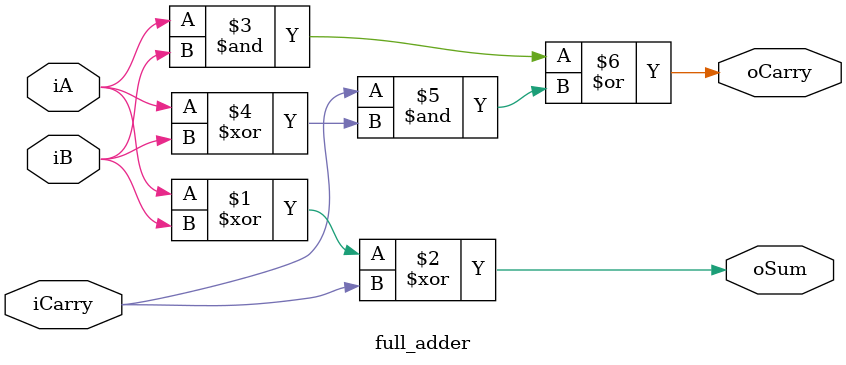
<source format=v>
module full_adder(
    input wire iA, iB, iCarry,
    output wire oSum, oCarry
);

// Full-adder logic
assign oSum = iA ^ iB ^ iCarry;
assign oCarry = (iA & iB) | (iCarry & (iA ^ iB));

endmodule
</source>
